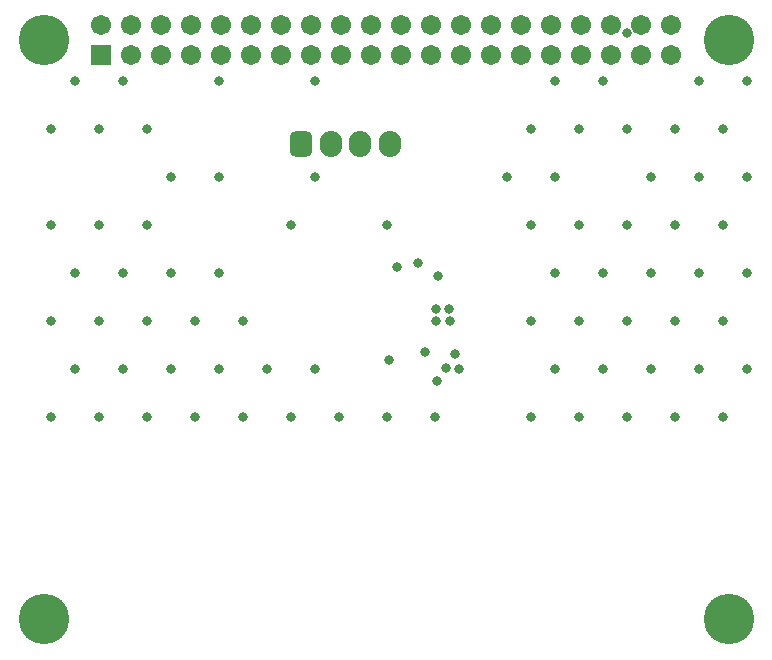
<source format=gbs>
G04*
G04 #@! TF.GenerationSoftware,Altium Limited,Altium Designer,21.2.0 (30)*
G04*
G04 Layer_Color=16711935*
%FSLAX25Y25*%
%MOIN*%
G70*
G04*
G04 #@! TF.SameCoordinates,14206FE4-1D31-4024-8575-2447F3C89696*
G04*
G04*
G04 #@! TF.FilePolarity,Negative*
G04*
G01*
G75*
%ADD39C,0.06706*%
%ADD40R,0.06706X0.06706*%
%ADD41C,0.16800*%
%ADD42O,0.07493X0.08674*%
G04:AMPARAMS|DCode=43|XSize=74.93mil|YSize=86.74mil|CornerRadius=20.73mil|HoleSize=0mil|Usage=FLASHONLY|Rotation=0.000|XOffset=0mil|YOffset=0mil|HoleType=Round|Shape=RoundedRectangle|*
%AMROUNDEDRECTD43*
21,1,0.07493,0.04528,0,0,0.0*
21,1,0.03347,0.08674,0,0,0.0*
1,1,0.04146,0.01673,-0.02264*
1,1,0.04146,-0.01673,-0.02264*
1,1,0.04146,-0.01673,0.02264*
1,1,0.04146,0.01673,0.02264*
%
%ADD43ROUNDEDRECTD43*%
%ADD44C,0.03162*%
D39*
X222673Y210500D02*
D03*
Y200500D02*
D03*
X212673Y210500D02*
D03*
Y200500D02*
D03*
X202673Y210500D02*
D03*
Y200500D02*
D03*
X192673Y210500D02*
D03*
Y200500D02*
D03*
X182673Y210500D02*
D03*
Y200500D02*
D03*
X172673Y210500D02*
D03*
Y200500D02*
D03*
X162673Y210500D02*
D03*
Y200500D02*
D03*
X152673Y210500D02*
D03*
Y200500D02*
D03*
X142673Y210500D02*
D03*
Y200500D02*
D03*
X132673Y210500D02*
D03*
Y200500D02*
D03*
X122673Y210500D02*
D03*
Y200500D02*
D03*
X112673Y210500D02*
D03*
Y200500D02*
D03*
X102673Y210500D02*
D03*
Y200500D02*
D03*
X92673Y210500D02*
D03*
Y200500D02*
D03*
X82673Y210500D02*
D03*
Y200500D02*
D03*
X72673Y210500D02*
D03*
Y200500D02*
D03*
X62673Y210500D02*
D03*
Y200500D02*
D03*
X52673Y210500D02*
D03*
Y200500D02*
D03*
X42673Y210500D02*
D03*
Y200500D02*
D03*
X32673Y210500D02*
D03*
D40*
Y200500D02*
D03*
D41*
X241846Y12587D02*
D03*
X13500D02*
D03*
Y205500D02*
D03*
X241846D02*
D03*
D42*
X128885Y171100D02*
D03*
X119043D02*
D03*
X109200D02*
D03*
D43*
X99357D02*
D03*
D44*
X248000Y192000D02*
D03*
X240000Y176000D02*
D03*
X248000Y160000D02*
D03*
X240000Y144000D02*
D03*
X248000Y128000D02*
D03*
X240000Y112000D02*
D03*
X248000Y96000D02*
D03*
X240000Y80000D02*
D03*
X232000Y192000D02*
D03*
X224000Y176000D02*
D03*
X232000Y160000D02*
D03*
X224000Y144000D02*
D03*
X232000Y128000D02*
D03*
X224000Y112000D02*
D03*
X232000Y96000D02*
D03*
X224000Y80000D02*
D03*
X208000Y208000D02*
D03*
Y176000D02*
D03*
X216000Y160000D02*
D03*
X208000Y144000D02*
D03*
X216000Y128000D02*
D03*
X208000Y112000D02*
D03*
X216000Y96000D02*
D03*
X208000Y80000D02*
D03*
X200000Y192000D02*
D03*
X192000Y176000D02*
D03*
Y144000D02*
D03*
X200000Y128000D02*
D03*
X192000Y112000D02*
D03*
X200000Y96000D02*
D03*
X192000Y80000D02*
D03*
X184000Y192000D02*
D03*
X176000Y176000D02*
D03*
X184000Y160000D02*
D03*
X176000Y144000D02*
D03*
X184000Y128000D02*
D03*
X176000Y112000D02*
D03*
X184000Y96000D02*
D03*
X176000Y80000D02*
D03*
X168000Y160000D02*
D03*
X152000Y96000D02*
D03*
X144000Y80000D02*
D03*
X128000Y144000D02*
D03*
Y80000D02*
D03*
X112000D02*
D03*
X104000Y192000D02*
D03*
Y160000D02*
D03*
X96000Y144000D02*
D03*
X104000Y96000D02*
D03*
X96000Y80000D02*
D03*
X80000Y112000D02*
D03*
X88000Y96000D02*
D03*
X80000Y80000D02*
D03*
X72000Y192000D02*
D03*
Y160000D02*
D03*
Y128000D02*
D03*
X64000Y112000D02*
D03*
X72000Y96000D02*
D03*
X64000Y80000D02*
D03*
X48000Y176000D02*
D03*
X56000Y160000D02*
D03*
X48000Y144000D02*
D03*
X56000Y128000D02*
D03*
X48000Y112000D02*
D03*
X56000Y96000D02*
D03*
X48000Y80000D02*
D03*
X40000Y192000D02*
D03*
X32000Y176000D02*
D03*
Y144000D02*
D03*
X40000Y128000D02*
D03*
X32000Y112000D02*
D03*
X40000Y96000D02*
D03*
X32000Y80000D02*
D03*
X24000Y192000D02*
D03*
X16000Y176000D02*
D03*
Y144000D02*
D03*
X24000Y128000D02*
D03*
X16000Y112000D02*
D03*
X24000Y96000D02*
D03*
X16000Y80000D02*
D03*
X131300Y129900D02*
D03*
X138446Y131409D02*
D03*
X128800Y98800D02*
D03*
X150700Y101000D02*
D03*
X147800Y96400D02*
D03*
X140800Y101500D02*
D03*
X144500Y92000D02*
D03*
X144980Y126800D02*
D03*
X144300Y111800D02*
D03*
Y116100D02*
D03*
X148800D02*
D03*
X148969Y111800D02*
D03*
M02*

</source>
